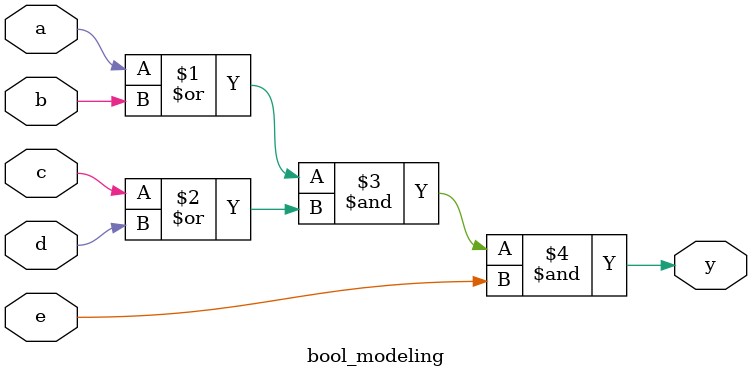
<source format=v>
module bool_modeling(a, b,c, d, e, y);

input a, b, c, d, e;
output y;

assign y = (a|b)&(c|d)&e;

endmodule
</source>
